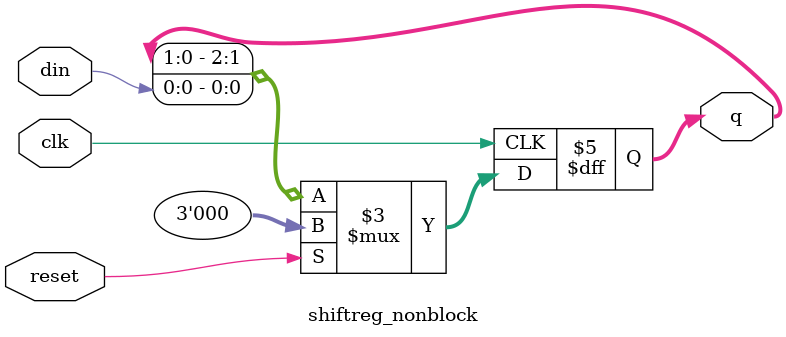
<source format=v>
`timescale 1ns / 1ps


module shiftreg_nonblock(
    input  wire clk,
    input  wire reset,
    input  wire din,
    output reg [2:0] q
);

always @(posedge clk) begin
    if (reset)
        q <= 3'b000;
    else
        q <= {q[1:0], din};   // shift left, insert din at LSB
end

endmodule


</source>
